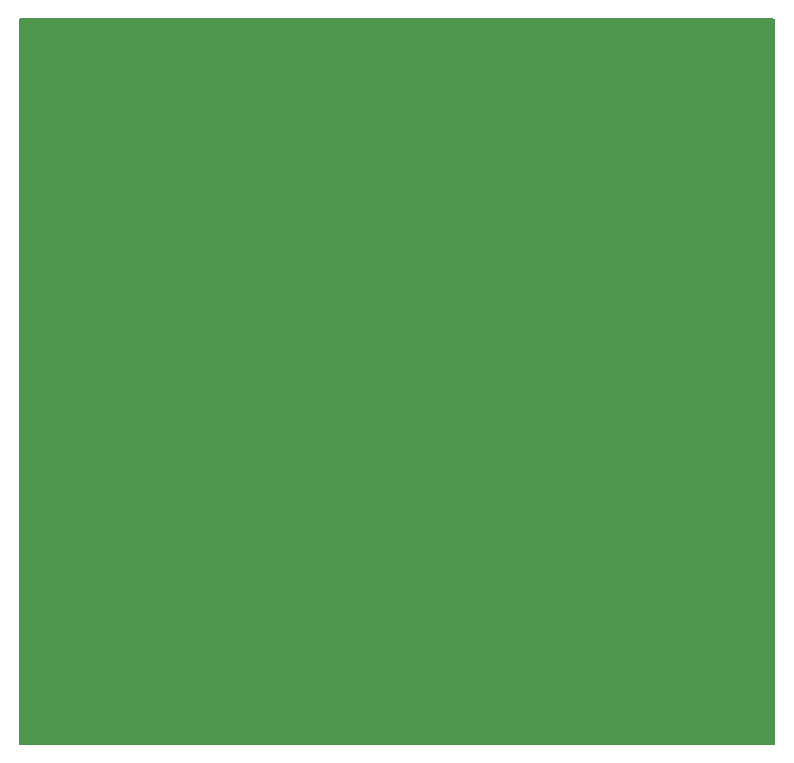
<source format=gbr>
%TF.GenerationSoftware,KiCad,Pcbnew,9.0.4*%
%TF.CreationDate,2025-10-12T20:17:52-04:00*%
%TF.ProjectId,Camera_PCB,43616d65-7261-45f5-9043-422e6b696361,rev?*%
%TF.SameCoordinates,Original*%
%TF.FileFunction,Profile,NP*%
%FSLAX46Y46*%
G04 Gerber Fmt 4.6, Leading zero omitted, Abs format (unit mm)*
G04 Created by KiCad (PCBNEW 9.0.4) date 2025-10-12 20:17:52*
%MOMM*%
%LPD*%
G01*
G04 APERTURE LIST*
G04 APERTURE END LIST*
G36*
X179443039Y-71019685D02*
G01*
X179488794Y-71072489D01*
X179500000Y-71124000D01*
X179500000Y-132376000D01*
X179480315Y-132443039D01*
X179427511Y-132488794D01*
X179376000Y-132500000D01*
X115624000Y-132500000D01*
X115556961Y-132480315D01*
X115511206Y-132427511D01*
X115500000Y-132376000D01*
X115500000Y-71124000D01*
X115519685Y-71056961D01*
X115572489Y-71011206D01*
X115624000Y-71000000D01*
X179376000Y-71000000D01*
X179443039Y-71019685D01*
G37*
M02*

</source>
